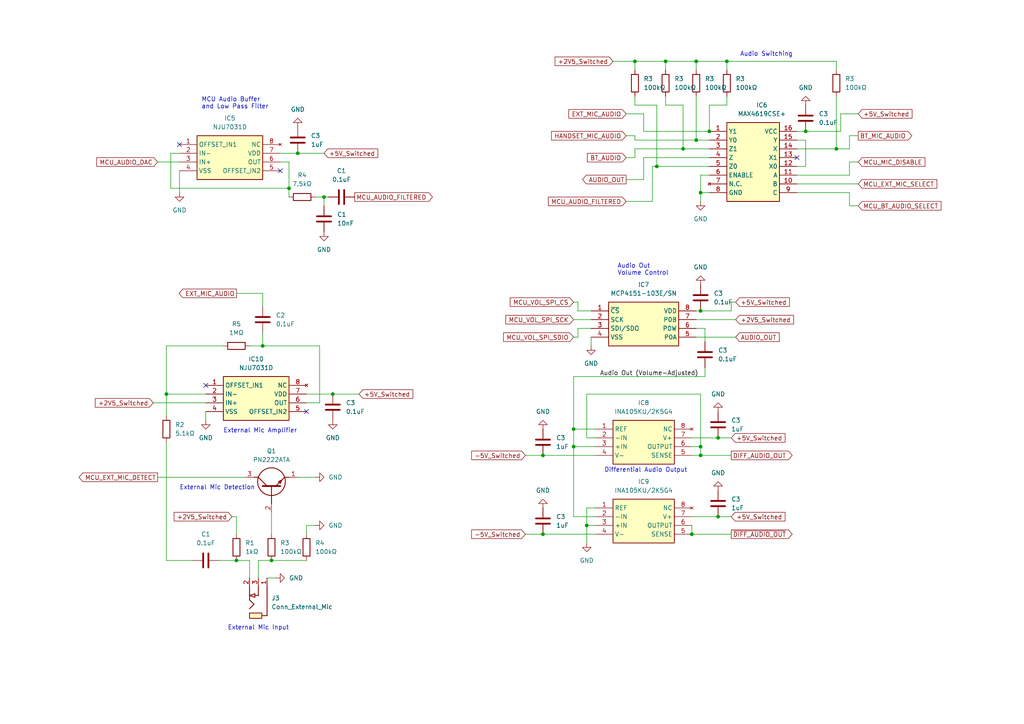
<source format=kicad_sch>
(kicad_sch (version 20230121) (generator eeschema)
  (paper "A4")
  (lib_symbols
    (symbol "Device:C" (pin_numbers hide) (pin_names (offset 0.254))
      (property "Reference" "C" (at 0.635 2.54 0))
      (property "Value" "C" (at 0.635 -2.54 0))
      (symbol "C_0_1"
        (polyline (pts (xy -2.032 -0.762) (xy 2.032 -0.762)) (stroke (width 0.508)))
        (polyline (pts (xy -2.032 0.762) (xy 2.032 0.762)) (stroke (width 0.508)))
      )
      (symbol "C_1_1"
        (pin passive line (at 0 3.81 270) (length 2.794) (name "~") (number "1"))
        (pin passive line (at 0 -3.81 90) (length 2.794) (name "~") (number "2"))
      )
    )
    (symbol "Device:R" (pin_numbers hide) (pin_names (offset 0))
      (property "Reference" "R" (at 2.032 0 90))
      (property "Value" "R" (at 0 0 90))
      (symbol "R_0_1"
        (rectangle (start -1.016 -2.54) (end 1.016 2.54) (stroke (width 0.254)))
      )
      (symbol "R_1_1"
        (pin passive line (at 0 3.81 270) (length 1.27) (name "~") (number "1"))
        (pin passive line (at 0 -3.81 90) (length 1.27) (name "~") (number "2"))
      )
    )
    (symbol "SamacSys_Parts:INA105KU_2K5G4"
      (property "Reference" "IC" (at 24.13 7.62 0))
      (property "Value" "INA105KU_2K5G4" (at 24.13 5.08 0))
      (symbol "INA105KU_2K5G4_1_1"
        (rectangle (start 5.08 2.54) (end 22.86 -10.16) (stroke (width 0.254)) (fill (type background)))
        (pin passive line (at 0 0 0) (length 5.08) (name "REF") (number "1"))
        (pin passive line (at 0 -2.54 0) (length 5.08) (name "-IN") (number "2"))
        (pin passive line (at 0 -5.08 0) (length 5.08) (name "+IN") (number "3"))
        (pin power_in line (at 0 -7.62 0) (length 5.08) (name "V-") (number "4"))
        (pin passive line (at 27.94 -7.62 180) (length 5.08) (name "SENSE") (number "5"))
        (pin passive line (at 27.94 -5.08 180) (length 5.08) (name "OUTPUT") (number "6"))
        (pin power_in line (at 27.94 -2.54 180) (length 5.08) (name "V+") (number "7"))
        (pin no_connect line (at 27.94 0 180) (length 5.08) (name "NC") (number "8"))
      )
    )
    (symbol "SamacSys_Parts:MAX4619CSE+"
      (property "Reference" "IC" (at 21.59 7.62 0))
      (property "Value" "MAX4619CSE+" (at 21.59 5.08 0))
      (symbol "MAX4619CSE+_1_1"
        (rectangle (start 5.08 2.54) (end 20.32 -20.32) (stroke (width 0.254)) (fill (type background)))
        (pin passive line (at 0 0 0) (length 5.08) (name "Y1") (number "1"))
        (pin passive line (at 25.4 -15.24 180) (length 5.08) (name "B") (number "10"))
        (pin passive line (at 25.4 -12.7 180) (length 5.08) (name "A") (number "11"))
        (pin passive line (at 25.4 -10.16 180) (length 5.08) (name "X0") (number "12"))
        (pin passive line (at 25.4 -7.62 180) (length 5.08) (name "X1") (number "13"))
        (pin passive line (at 25.4 -5.08 180) (length 5.08) (name "X") (number "14"))
        (pin passive line (at 25.4 -2.54 180) (length 5.08) (name "Y") (number "15"))
        (pin power_in line (at 25.4 0 180) (length 5.08) (name "VCC") (number "16"))
        (pin passive line (at 0 -2.54 0) (length 5.08) (name "Y0") (number "2"))
        (pin passive line (at 0 -5.08 0) (length 5.08) (name "Z1") (number "3"))
        (pin passive line (at 0 -7.62 0) (length 5.08) (name "Z") (number "4"))
        (pin passive line (at 0 -10.16 0) (length 5.08) (name "Z0") (number "5"))
        (pin passive line (at 0 -12.7 0) (length 5.08) (name "ENABLE") (number "6"))
        (pin no_connect line (at 0 -15.24 0) (length 5.08) (name "N.C.") (number "7"))
        (pin power_in line (at 0 -17.78 0) (length 5.08) (name "GND") (number "8"))
        (pin passive line (at 25.4 -17.78 180) (length 5.08) (name "C") (number "9"))
      )
    )
    (symbol "SamacSys_Parts:MCP4151-103E_SN"
      (property "Reference" "IC" (at 26.67 7.62 0))
      (property "Value" "MCP4151-103E_SN" (at 26.67 5.08 0))
      (symbol "MCP4151-103E_SN_1_1"
        (rectangle (start 5.08 2.54) (end 25.4 -10.16) (stroke (width 0.254)) (fill (type background)))
        (pin passive line (at 0 0 0) (length 5.08) (name "~{CS}") (number "1"))
        (pin passive line (at 0 -2.54 0) (length 5.08) (name "SCK") (number "2"))
        (pin passive line (at 0 -5.08 0) (length 5.08) (name "SDI/SDO") (number "3"))
        (pin power_in line (at 0 -7.62 0) (length 5.08) (name "VSS") (number "4"))
        (pin passive line (at 30.48 -7.62 180) (length 5.08) (name "P0A") (number "5"))
        (pin passive line (at 30.48 -5.08 180) (length 5.08) (name "P0W") (number "6"))
        (pin passive line (at 30.48 -2.54 180) (length 5.08) (name "P0B") (number "7"))
        (pin power_in line (at 30.48 0 180) (length 5.08) (name "VDD") (number "8"))
      )
    )
    (symbol "SamacSys_Parts:MJ-3502N" (pin_names hide)
      (property "Reference" "J" (at 12.7 0 0))
      (property "Value" "MJ-3502N" (at 12.7 -2.54 0))
      (symbol "MJ-3502N_1_1"
        (polyline (pts (xy 2.54 -5.08) (xy 6.35 -5.08)) (stroke (width 0.254)))
        (polyline (pts (xy 2.54 -2.54) (xy 5.08 -2.54)) (stroke (width 0.254)))
        (polyline (pts (xy 2.54 0) (xy 10.922 0)) (stroke (width 0.254)))
        (polyline (pts (xy 5.08 -5.08) (xy 4.572 -3.556)) (stroke (width 0.254)))
        (polyline (pts (xy 5.08 -3.556) (xy 5.08 -3.556)) (stroke (width 0.254)))
        (polyline (pts (xy 5.08 -3.556) (xy 5.08 -2.54)) (stroke (width 0.254)))
        (polyline (pts (xy 5.588 -3.556) (xy 4.572 -3.556)) (stroke (width 0.254)))
        (polyline (pts (xy 5.588 -3.556) (xy 5.08 -5.08)) (stroke (width 0.254)))
        (polyline (pts (xy 7.62 -3.81) (xy 6.35 -5.08)) (stroke (width 0.254)))
        (polyline (pts (xy 7.62 -3.81) (xy 8.89 -5.08)) (stroke (width 0.254)))
        (polyline (pts (xy 10.922 -1.524) (xy 10.922 0)) (stroke (width 0.254)))
        (rectangle (start 10.16 -1.524) (end 11.684 -5.08) (stroke (width 0.254)) (fill (type background)))
        (pin passive line (at 0 0 0) (length 2.54) (name "1") (number "1"))
        (pin passive line (at 0 -5.08 0) (length 2.54) (name "2") (number "2"))
        (pin passive line (at 0 -2.54 0) (length 2.54) (name "3") (number "3"))
      )
    )
    (symbol "SamacSys_Parts:NJU7031D"
      (property "Reference" "IC" (at 25.4 7.62 0))
      (property "Value" "NJU7031D" (at 25.4 5.08 0))
      (symbol "NJU7031D_1_1"
        (rectangle (start 5.08 2.54) (end 24.13 -10.16) (stroke (width 0.254)) (fill (type background)))
        (pin passive line (at 0 0 0) (length 5.08) (name "OFFSET_IN1") (number "1"))
        (pin passive line (at 0 -2.54 0) (length 5.08) (name "IN-") (number "2"))
        (pin passive line (at 0 -5.08 0) (length 5.08) (name "IN+") (number "3"))
        (pin power_in line (at 0 -7.62 0) (length 5.08) (name "VSS") (number "4"))
        (pin passive line (at 29.21 -7.62 180) (length 5.08) (name "OFFSET_IN2") (number "5"))
        (pin passive line (at 29.21 -5.08 180) (length 5.08) (name "OUT") (number "6"))
        (pin power_in line (at 29.21 -2.54 180) (length 5.08) (name "VDD") (number "7"))
        (pin no_connect line (at 29.21 0 180) (length 5.08) (name "NC") (number "8"))
      )
    )
    (symbol "SamacSys_Parts:PN2222ATA" (pin_names hide)
      (property "Reference" "Q" (at 13.97 1.27 0))
      (property "Value" "PN2222ATA" (at 13.97 -1.27 0))
      (symbol "PN2222ATA_1_1"
        (polyline (pts (xy 2.54 0) (xy 7.62 0)) (stroke (width 0.254)))
        (polyline (pts (xy 7.62 -1.27) (xy 10.16 -3.81)) (stroke (width 0.254)))
        (polyline (pts (xy 7.62 1.27) (xy 10.16 3.81)) (stroke (width 0.254)))
        (polyline (pts (xy 7.62 2.54) (xy 7.62 -2.54)) (stroke (width 0.508)))
        (polyline (pts (xy 10.16 -3.81) (xy 10.16 -5.08)) (stroke (width 0.254)))
        (polyline (pts (xy 10.16 3.81) (xy 10.16 5.08)) (stroke (width 0.254)))
        (polyline (pts (xy 8.382 -2.54) (xy 8.89 -2.032) (xy 9.398 -3.048) (xy 8.382 -2.54)) (stroke (width 0.254)) (fill (type outline)))
        (circle (center 8.89 0) (radius 4.016) (stroke (width 0.254)))
        (pin passive line (at 10.16 -7.62 90) (length 2.54) (name "E") (number "1"))
        (pin passive line (at 0 0 0) (length 2.54) (name "B") (number "2"))
        (pin passive line (at 10.16 7.62 270) (length 2.54) (name "C") (number "3"))
      )
    )
    (symbol "power:GND" (power) (pin_names (offset 0))
      (property "Value" "GND" (at 0 -3.81 0))
      (symbol "GND_0_1"
        (polyline (pts (xy 0 0) (xy 0 -1.27) (xy 1.27 -1.27) (xy 0 -2.54) (xy -1.27 -1.27) (xy 0 -1.27)))
      )
      (symbol "GND_1_1"
        (pin power_in line (at 0 0 270) (length 0) hide (name "GND") (number "1"))
      )
    )
  )
  (junction (at 157.48 154.94))
  (junction (at 201.93 40.64))
  (junction (at 48.26 114.3))
  (junction (at 170.18 152.4))
  (junction (at 242.57 43.18))
  (junction (at 190.5 48.26))
  (junction (at 233.68 38.1))
  (junction (at 86.36 44.45))
  (junction (at 93.98 57.15))
  (junction (at 166.37 124.46))
  (junction (at 76.2 100.33))
  (junction (at 201.93 17.78))
  (junction (at 208.28 149.86))
  (junction (at 203.2 90.17))
  (junction (at 203.2 129.54))
  (junction (at 193.04 17.78))
  (junction (at 208.28 127))
  (junction (at 203.2 55.88))
  (junction (at 184.15 17.78))
  (junction (at 157.48 132.08))
  (junction (at 203.2 132.08))
  (junction (at 200.66 154.94))
  (junction (at 205.74 38.1))
  (junction (at 83.82 54.61))
  (junction (at 68.58 162.56))
  (junction (at 166.37 129.54))
  (junction (at 78.74 162.56))
  (junction (at 198.12 43.18))
  (junction (at 210.82 17.78))
  (junction (at 96.52 114.3))
  (no_connect (at 88.9 119.38))
  (no_connect (at 231.14 45.72))
  (no_connect (at 81.28 49.53))
  (no_connect (at 59.69 111.76))
  (no_connect (at 52.07 41.91))
  (wire (pts (xy 246.38 39.37) (xy 246.38 43.18)))
  (wire (pts (xy 200.66 154.94) (xy 212.09 154.94)))
  (wire (pts (xy 170.18 127) (xy 170.18 114.3)))
  (wire (pts (xy 203.2 129.54) (xy 203.2 132.08)))
  (wire (pts (xy 78.74 148.59) (xy 78.74 154.94)))
  (wire (pts (xy 76.2 100.33) (xy 76.2 96.52)))
  (wire (pts (xy 248.92 59.69) (xy 246.38 59.69)))
  (wire (pts (xy 48.26 114.3) (xy 48.26 120.65)))
  (wire (pts (xy 67.31 149.86) (xy 68.58 149.86)))
  (wire (pts (xy 201.93 97.79) (xy 213.36 97.79)))
  (wire (pts (xy 48.26 114.3) (xy 59.69 114.3)))
  (wire (pts (xy 184.15 17.78) (xy 184.15 20.32)))
  (wire (pts (xy 186.69 38.1) (xy 205.74 38.1)))
  (wire (pts (xy 200.66 127) (xy 208.28 127)))
  (wire (pts (xy 88.9 116.84) (xy 92.71 116.84)))
  (wire (pts (xy 246.38 55.88) (xy 231.14 55.88)))
  (wire (pts (xy 210.82 27.94) (xy 210.82 30.48)))
  (wire (pts (xy 181.61 58.42) (xy 189.23 58.42)))
  (wire (pts (xy 200.66 149.86) (xy 208.28 149.86)))
  (wire (pts (xy 157.48 132.08) (xy 172.72 132.08)))
  (wire (pts (xy 181.61 52.07) (xy 186.69 52.07)))
  (wire (pts (xy 248.92 46.99) (xy 246.38 46.99)))
  (wire (pts (xy 181.61 33.02) (xy 186.69 33.02)))
  (wire (pts (xy 210.82 20.32) (xy 210.82 17.78)))
  (wire (pts (xy 205.74 50.8) (xy 203.2 50.8)))
  (wire (pts (xy 184.15 39.37) (xy 184.15 40.64)))
  (wire (pts (xy 172.72 149.86) (xy 166.37 149.86)))
  (wire (pts (xy 204.47 99.06) (xy 204.47 95.25)))
  (wire (pts (xy 203.2 55.88) (xy 203.2 58.42)))
  (wire (pts (xy 167.64 97.79) (xy 167.64 95.25)))
  (wire (pts (xy 172.72 127) (xy 170.18 127)))
  (wire (pts (xy 166.37 92.71) (xy 171.45 92.71)))
  (wire (pts (xy 248.92 39.37) (xy 246.38 39.37)))
  (wire (pts (xy 201.93 92.71) (xy 213.36 92.71)))
  (wire (pts (xy 203.2 50.8) (xy 203.2 55.88)))
  (wire (pts (xy 72.39 100.33) (xy 76.2 100.33)))
  (wire (pts (xy 184.15 40.64) (xy 201.93 40.64)))
  (wire (pts (xy 181.61 45.72) (xy 184.15 45.72)))
  (wire (pts (xy 204.47 106.68) (xy 204.47 109.22)))
  (wire (pts (xy 48.26 162.56) (xy 55.88 162.56)))
  (wire (pts (xy 201.93 20.32) (xy 201.93 17.78)))
  (wire (pts (xy 166.37 129.54) (xy 166.37 124.46)))
  (wire (pts (xy 81.28 44.45) (xy 86.36 44.45)))
  (wire (pts (xy 88.9 152.4) (xy 88.9 154.94)))
  (wire (pts (xy 203.2 90.17) (xy 201.93 90.17)))
  (wire (pts (xy 212.09 87.63) (xy 213.36 87.63)))
  (wire (pts (xy 49.53 54.61) (xy 83.82 54.61)))
  (wire (pts (xy 166.37 97.79) (xy 167.64 97.79)))
  (wire (pts (xy 48.26 100.33) (xy 48.26 114.3)))
  (wire (pts (xy 198.12 43.18) (xy 205.74 43.18)))
  (wire (pts (xy 243.84 33.02) (xy 243.84 38.1)))
  (wire (pts (xy 152.4 154.94) (xy 157.48 154.94)))
  (wire (pts (xy 212.09 87.63) (xy 212.09 90.17)))
  (wire (pts (xy 152.4 132.08) (xy 157.48 132.08)))
  (wire (pts (xy 78.74 162.56) (xy 88.9 162.56)))
  (wire (pts (xy 208.28 127) (xy 212.09 127)))
  (wire (pts (xy 205.74 30.48) (xy 205.74 38.1)))
  (wire (pts (xy 200.66 152.4) (xy 200.66 154.94)))
  (wire (pts (xy 88.9 114.3) (xy 96.52 114.3)))
  (wire (pts (xy 93.98 57.15) (xy 95.25 57.15)))
  (wire (pts (xy 246.38 43.18) (xy 242.57 43.18)))
  (wire (pts (xy 233.68 48.26) (xy 233.68 40.64)))
  (wire (pts (xy 172.72 147.32) (xy 170.18 147.32)))
  (wire (pts (xy 52.07 49.53) (xy 52.07 55.88)))
  (wire (pts (xy 52.07 44.45) (xy 49.53 44.45)))
  (wire (pts (xy 83.82 54.61) (xy 83.82 46.99)))
  (wire (pts (xy 203.2 114.3) (xy 203.2 129.54)))
  (wire (pts (xy 200.66 132.08) (xy 203.2 132.08)))
  (wire (pts (xy 167.64 95.25) (xy 171.45 95.25)))
  (wire (pts (xy 193.04 27.94) (xy 193.04 30.48)))
  (wire (pts (xy 86.36 44.45) (xy 93.98 44.45)))
  (wire (pts (xy 91.44 57.15) (xy 93.98 57.15)))
  (wire (pts (xy 96.52 114.3) (xy 104.14 114.3)))
  (wire (pts (xy 231.14 50.8) (xy 246.38 50.8)))
  (wire (pts (xy 193.04 20.32) (xy 193.04 17.78)))
  (wire (pts (xy 166.37 109.22) (xy 166.37 124.46)))
  (wire (pts (xy 242.57 17.78) (xy 242.57 20.32)))
  (wire (pts (xy 166.37 149.86) (xy 166.37 129.54)))
  (wire (pts (xy 166.37 109.22) (xy 204.47 109.22)))
  (wire (pts (xy 170.18 147.32) (xy 170.18 152.4)))
  (wire (pts (xy 190.5 48.26) (xy 205.74 48.26)))
  (wire (pts (xy 92.71 116.84) (xy 92.71 100.33)))
  (wire (pts (xy 76.2 85.09) (xy 76.2 88.9)))
  (wire (pts (xy 184.15 27.94) (xy 184.15 30.48)))
  (wire (pts (xy 205.74 55.88) (xy 203.2 55.88)))
  (wire (pts (xy 74.93 167.64) (xy 74.93 162.56)))
  (wire (pts (xy 74.93 162.56) (xy 78.74 162.56)))
  (wire (pts (xy 233.68 38.1) (xy 231.14 38.1)))
  (wire (pts (xy 68.58 149.86) (xy 68.58 154.94)))
  (wire (pts (xy 193.04 30.48) (xy 198.12 30.48)))
  (wire (pts (xy 186.69 52.07) (xy 186.69 45.72)))
  (wire (pts (xy 210.82 17.78) (xy 242.57 17.78)))
  (wire (pts (xy 210.82 17.78) (xy 201.93 17.78)))
  (wire (pts (xy 167.64 90.17) (xy 171.45 90.17)))
  (wire (pts (xy 246.38 46.99) (xy 246.38 50.8)))
  (wire (pts (xy 83.82 54.61) (xy 83.82 57.15)))
  (wire (pts (xy 83.82 46.99) (xy 81.28 46.99)))
  (wire (pts (xy 157.48 154.94) (xy 172.72 154.94)))
  (wire (pts (xy 212.09 90.17) (xy 203.2 90.17)))
  (wire (pts (xy 210.82 30.48) (xy 205.74 30.48)))
  (wire (pts (xy 45.72 46.99) (xy 52.07 46.99)))
  (wire (pts (xy 44.45 116.84) (xy 59.69 116.84)))
  (wire (pts (xy 72.39 162.56) (xy 72.39 167.64)))
  (wire (pts (xy 243.84 38.1) (xy 233.68 38.1)))
  (wire (pts (xy 184.15 30.48) (xy 190.5 30.48)))
  (wire (pts (xy 91.44 138.43) (xy 86.36 138.43)))
  (wire (pts (xy 201.93 27.94) (xy 201.93 40.64)))
  (wire (pts (xy 233.68 40.64) (xy 231.14 40.64)))
  (wire (pts (xy 201.93 17.78) (xy 193.04 17.78)))
  (wire (pts (xy 166.37 87.63) (xy 167.64 87.63)))
  (wire (pts (xy 172.72 129.54) (xy 166.37 129.54)))
  (wire (pts (xy 248.92 33.02) (xy 243.84 33.02)))
  (wire (pts (xy 170.18 114.3) (xy 203.2 114.3)))
  (wire (pts (xy 171.45 97.79) (xy 171.45 100.33)))
  (wire (pts (xy 170.18 152.4) (xy 170.18 157.48)))
  (wire (pts (xy 49.53 44.45) (xy 49.53 54.61)))
  (wire (pts (xy 181.61 39.37) (xy 184.15 39.37)))
  (wire (pts (xy 45.72 138.43) (xy 71.12 138.43)))
  (wire (pts (xy 242.57 43.18) (xy 242.57 27.94)))
  (wire (pts (xy 177.8 17.78) (xy 184.15 17.78)))
  (wire (pts (xy 48.26 128.27) (xy 48.26 162.56)))
  (wire (pts (xy 91.44 152.4) (xy 88.9 152.4)))
  (wire (pts (xy 186.69 45.72) (xy 205.74 45.72)))
  (wire (pts (xy 184.15 45.72) (xy 184.15 43.18)))
  (wire (pts (xy 200.66 129.54) (xy 203.2 129.54)))
  (wire (pts (xy 246.38 59.69) (xy 246.38 55.88)))
  (wire (pts (xy 170.18 152.4) (xy 172.72 152.4)))
  (wire (pts (xy 166.37 124.46) (xy 172.72 124.46)))
  (wire (pts (xy 189.23 48.26) (xy 190.5 48.26)))
  (wire (pts (xy 63.5 162.56) (xy 68.58 162.56)))
  (wire (pts (xy 189.23 58.42) (xy 189.23 48.26)))
  (wire (pts (xy 186.69 33.02) (xy 186.69 38.1)))
  (wire (pts (xy 198.12 30.48) (xy 198.12 43.18)))
  (wire (pts (xy 203.2 132.08) (xy 212.09 132.08)))
  (wire (pts (xy 208.28 149.86) (xy 212.09 149.86)))
  (wire (pts (xy 76.2 85.09) (xy 68.58 85.09)))
  (wire (pts (xy 193.04 17.78) (xy 184.15 17.78)))
  (wire (pts (xy 64.77 100.33) (xy 48.26 100.33)))
  (wire (pts (xy 231.14 43.18) (xy 242.57 43.18)))
  (wire (pts (xy 190.5 30.48) (xy 190.5 48.26)))
  (wire (pts (xy 93.98 57.15) (xy 93.98 59.69)))
  (wire (pts (xy 59.69 121.92) (xy 59.69 119.38)))
  (wire (pts (xy 231.14 48.26) (xy 233.68 48.26)))
  (wire (pts (xy 231.14 53.34) (xy 248.92 53.34)))
  (wire (pts (xy 68.58 162.56) (xy 72.39 162.56)))
  (wire (pts (xy 204.47 95.25) (xy 201.93 95.25)))
  (wire (pts (xy 201.93 40.64) (xy 205.74 40.64)))
  (wire (pts (xy 76.2 100.33) (xy 92.71 100.33)))
  (wire (pts (xy 184.15 43.18) (xy 198.12 43.18)))
  (wire (pts (xy 167.64 87.63) (xy 167.64 90.17)))
  (wire (pts (xy 77.47 167.64) (xy 80.01 167.64)))
  (text "External Mic Input" (at 66.04 182.88 0) (effects (font (size 1.27 1.27)) (justify left bottom)))
  (text "Differential Audio Output" (at 175.26 137.16 0) (effects (font (size 1.27 1.27)) (justify left bottom)))
  (text "External Mic Detection" (at 52.07 142.24 0) (effects (font (size 1.27 1.27)) (justify left bottom)))
  (text "Audio Out\nVolume Control" (at 179.07 80.01 0) (effects (font (size 1.27 1.27)) (justify left bottom)))
  (text "MCU Audio Buffer\nand Low Pass Filter" (at 58.42 31.75 0) (effects (font (size 1.27 1.27)) (justify left bottom)))
  (text "External Mic Amplifier" (at 64.77 125.73 0) (effects (font (size 1.27 1.27)) (justify left bottom)))
  (text "Audio Switching" (at 214.63 16.51 0) (effects (font (size 1.27 1.27)) (justify left bottom)))
  (label "Audio Out (Volume-Adjusted)" (at 173.99 109.22 0))
  (global_label "EXT_MIC_AUDIO" (shape input) (at 181.61 33.02 180) (property "Intersheetrefs" "${INTERSHEET_REFS}" (at 164.4129 33.02 0) (effects (justify right))))
  (global_label "MCU_AUDIO_DAC" (shape input) (at 45.72 46.99 180) (property "Intersheetrefs" "${INTERSHEET_REFS}" (at 27.4947 46.99 0) (effects (justify right))))
  (global_label "MCU_VOL_SPI_SDIO" (shape input) (at 166.37 97.79 180) (property "Intersheetrefs" "${INTERSHEET_REFS}" (at 145.4838 97.79 0) (effects (justify right))))
  (global_label "MCU_VOL_SPI_SCK" (shape input) (at 166.37 92.71 180) (property "Intersheetrefs" "${INTERSHEET_REFS}" (at 146.1491 92.71 0) (effects (justify right))))
  (global_label "+5V_Switched" (shape input) (at 212.09 127 0) (property "Intersheetrefs" "${INTERSHEET_REFS}" (at 228.259 127 0) (effects (justify left))))
  (global_label "MCU_BT_AUDIO_SELECT" (shape input) (at 248.92 59.69 0) (property "Intersheetrefs" "${INTERSHEET_REFS}" (at 273.4951 59.69 0) (effects (justify left))))
  (global_label "MCU_EXT_MIC_DETECT" (shape output) (at 45.72 138.43 180) (property "Intersheetrefs" "${INTERSHEET_REFS}" (at 22.3546 138.43 0) (effects (justify right))))
  (global_label "-5V_Switched" (shape input) (at 152.4 154.94 180) (property "Intersheetrefs" "${INTERSHEET_REFS}" (at 136.231 154.94 0) (effects (justify right))))
  (global_label "+2V5_Switched" (shape input) (at 177.8 17.78 180) (property "Intersheetrefs" "${INTERSHEET_REFS}" (at 160.4215 17.78 0) (effects (justify right))))
  (global_label "MCU_AUDIO_FILTERED" (shape output) (at 102.87 57.15 0) (property "Intersheetrefs" "${INTERSHEET_REFS}" (at 125.9938 57.15 0) (effects (justify left))))
  (global_label "HANDSET_MIC_AUDIO" (shape input) (at 181.61 39.37 180) (property "Intersheetrefs" "${INTERSHEET_REFS}" (at 159.3933 39.37 0) (effects (justify right))))
  (global_label "+5V_Switched" (shape input) (at 248.92 33.02 0) (property "Intersheetrefs" "${INTERSHEET_REFS}" (at 265.089 33.02 0) (effects (justify left))))
  (global_label "MCU_VOL_SPI_CS" (shape input) (at 166.37 87.63 180) (property "Intersheetrefs" "${INTERSHEET_REFS}" (at 147.4191 87.63 0) (effects (justify right))))
  (global_label "BT_MIC_AUDIO" (shape output) (at 248.92 39.37 0) (property "Intersheetrefs" "${INTERSHEET_REFS}" (at 265.0286 39.37 0) (effects (justify left))))
  (global_label "MCU_AUDIO_FILTERED" (shape input) (at 181.61 58.42 180) (property "Intersheetrefs" "${INTERSHEET_REFS}" (at 158.4862 58.42 0) (effects (justify right))))
  (global_label "+5V_Switched" (shape input) (at 104.14 114.3 0) (property "Intersheetrefs" "${INTERSHEET_REFS}" (at 120.309 114.3 0) (effects (justify left))))
  (global_label "~{DIFF_AUDIO_OUT}" (shape output) (at 212.09 154.94 0) (property "Intersheetrefs" "${INTERSHEET_REFS}" (at 230.3154 154.94 0) (effects (justify left))))
  (global_label "-5V_Switched" (shape input) (at 152.4 132.08 180) (property "Intersheetrefs" "${INTERSHEET_REFS}" (at 136.231 132.08 0) (effects (justify right))))
  (global_label "+2V5_Switched" (shape input) (at 44.45 116.84 180) (property "Intersheetrefs" "${INTERSHEET_REFS}" (at 27.0715 116.84 0) (effects (justify right))))
  (global_label "+2V5_Switched" (shape input) (at 67.31 149.86 180) (property "Intersheetrefs" "${INTERSHEET_REFS}" (at 49.9315 149.86 0) (effects (justify right))))
  (global_label "MCU_MIC_DISABLE" (shape input) (at 248.92 46.99 0) (property "Intersheetrefs" "${INTERSHEET_REFS}" (at 268.8385 46.99 0) (effects (justify left))))
  (global_label "EXT_MIC_AUDIO" (shape output) (at 68.58 85.09 180) (property "Intersheetrefs" "${INTERSHEET_REFS}" (at 51.3829 85.09 0) (effects (justify right))))
  (global_label "BT_AUDIO" (shape input) (at 181.61 45.72 180) (property "Intersheetrefs" "${INTERSHEET_REFS}" (at 169.7952 45.72 0) (effects (justify right))))
  (global_label "DIFF_AUDIO_OUT" (shape output) (at 212.09 132.08 0) (property "Intersheetrefs" "${INTERSHEET_REFS}" (at 230.3154 132.08 0) (effects (justify left))))
  (global_label "AUDIO_OUT" (shape input) (at 213.36 97.79 0) (property "Intersheetrefs" "${INTERSHEET_REFS}" (at 226.5658 97.79 0) (effects (justify left))))
  (global_label "+2V5_Switched" (shape input) (at 213.36 92.71 0) (property "Intersheetrefs" "${INTERSHEET_REFS}" (at 230.7385 92.71 0) (effects (justify left))))
  (global_label "AUDIO_OUT" (shape output) (at 181.61 52.07 180) (property "Intersheetrefs" "${INTERSHEET_REFS}" (at 168.4042 52.07 0) (effects (justify right))))
  (global_label "+5V_Switched" (shape input) (at 213.36 87.63 0) (property "Intersheetrefs" "${INTERSHEET_REFS}" (at 229.529 87.63 0) (effects (justify left))))
  (global_label "+5V_Switched" (shape input) (at 93.98 44.45 0) (property "Intersheetrefs" "${INTERSHEET_REFS}" (at 110.149 44.45 0) (effects (justify left))))
  (global_label "+5V_Switched" (shape input) (at 212.09 149.86 0) (property "Intersheetrefs" "${INTERSHEET_REFS}" (at 228.259 149.86 0) (effects (justify left))))
  (global_label "MCU_EXT_MIC_SELECT" (shape input) (at 248.92 53.34 0) (property "Intersheetrefs" "${INTERSHEET_REFS}" (at 272.2854 53.34 0) (effects (justify left))))
  (symbol (lib_id "SamacSys_Parts:INA105KU_2K5G4") (at 172.72 124.46 0) (unit 1)
    (property "Reference" "IC8" (at 186.69 116.84 0))
    (property "Value" "INA105KU/2K5G4" (at 186.69 119.38 0))
    (property "Footprint" "SOIC127P600X175-8N" (effects hide))
    (property "Datasheet" "http://www.ti.com/general/docs/suppproductinfo.tsp?distId=10&gotoUrl=http%3A%2F%2Fwww.ti.com%2Flit%2Fgpn%2Fina105" (effects hide))
    (property "Height" "1.75" (effects hide))
    (property "Mouser Part Number" "595-INA105KU/2K5" (effects hide))
    (property "Mouser Price/Stock" "https://www.mouser.com/ProductDetail/Texas-Instruments/INA105KU-2K5?qs=VBduBm9rCJT7qKfLrhzh4Q%3D%3D" (effects hide))
    (property "Manufacturer_Name" "Texas Instruments" (effects hide))
    (property "Manufacturer_Part_Number" "INA105KU/2K5G4" (effects hide))
    (property "JLCPCB Part #" "C2060348" (effects hide))
  )
  (symbol (lib_id "Device:C") (at 204.47 102.87 180) (unit 1)
    (property "Reference" "C3" (at 208.28 101.6 0) (effects (justify right)))
    (property "Value" "0.1uF" (at 208.28 104.14 0) (effects (justify right)))
    (property "Footprint" "Capacitor_SMD:C_1206_3216Metric_Pad1.33x1.80mm_HandSolder" (effects hide))
    (property "Manufacturer_Name" "KEMET" (effects hide))
    (property "Manufacturer_Part_Number" "C1206C104J4HACTU" (effects hide))
    (property "Mouser Part Number" "80-C1206C104J4HACTU" (effects hide))
    (property "Mouser Price/Stock" "https://www.mouser.com/ProductDetail/KEMET/C1206C104J4HACTU?qs=W0yvOO0ixfH3SzteelzlzQ%3D%3D" (effects hide))
    (property "JLCPCB Part #" "C24497" (effects hide))
    (instances (project "M92 Bluetooth Adapter Motherboard" (path "" (reference "C3") (unit 1)) (path "" (reference "C12") (unit 1))))
  )
  (symbol (lib_id "Device:R") (at 193.04 24.13 180) (unit 1)
    (property "Reference" "R3" (at 195.58 22.86 0) (effects (justify right)))
    (property "Value" "100kΩ" (at 195.58 25.4 0) (effects (justify right)))
    (property "Footprint" "Resistor_SMD:R_1206_3216Metric_Pad1.30x1.75mm_HandSolder" (effects hide))
    (property "Datasheet" "https://www.mouser.com/datasheet/2/54/cr-1858361.pdf" (effects hide))
    (property "Height" "0.6" (effects hide))
    (property "Manufacturer_Name" "Bourns" (effects hide))
    (property "Manufacturer_Part_Number" "CR1206-FX-1003ELF" (effects hide))
    (property "Mouser Part Number" "652-CR1206FX-1003ELF" (effects hide))
    (property "Mouser Price/Stock" "https://www.mouser.com/ProductDetail/Bourns/CR1206-FX-1003ELF?qs=sGAEpiMZZMvdGkrng054t%2Fh5BnJxeWSzEzvHzHwEBoM%3D" (effects hide))
    (property "JLCPCB Part #" "C17900" (effects hide))
    (instances (project "M92 Bluetooth Adapter Motherboard" (path "" (reference "R3") (unit 1)) (path "" (reference "R12") (unit 1))))
  )
  (symbol (lib_id "power:GND") (at 86.36 36.83 180) (unit 1)
    (property "Reference" "#PWR010" (effects hide))
    (property "Value" "GND" (at 86.36 31.75 0))
    (instances (project "M92 Bluetooth Adapter Motherboard" (path "" (reference "#PWR010") (unit 1)) (path "" (reference "#PWR049") (unit 1))))
  )
  (symbol (lib_id "power:GND") (at 208.28 119.38 180) (unit 1)
    (property "Reference" "#PWR010" (effects hide))
    (property "Value" "GND" (at 208.28 114.3 0))
    (instances (project "M92 Bluetooth Adapter Motherboard" (path "" (reference "#PWR010") (unit 1)) (path "" (reference "#PWR021") (unit 1))))
  )
  (symbol (lib_id "power:GND") (at 93.98 67.31 0) (unit 1)
    (property "Reference" "#PWR010" (effects hide))
    (property "Value" "GND" (at 93.98 72.39 0))
    (instances (project "M92 Bluetooth Adapter Motherboard" (path "" (reference "#PWR010") (unit 1)) (path "" (reference "#PWR051") (unit 1))))
  )
  (symbol (lib_id "SamacSys_Parts:NJU7031D") (at 52.07 41.91 0) (unit 1)
    (property "Reference" "IC5" (at 66.675 34.29 0))
    (property "Value" "NJU7031D" (at 66.675 36.83 0))
    (property "Footprint" "DIP762W56P254L880H425Q8N" (effects hide))
    (property "Datasheet" "https://www.mouser.com/datasheet/2/294/njrc_s_a0000239086_1-2279623.pdf" (effects hide))
    (property "Height" "4.25" (effects hide))
    (property "Mouser Part Number" "513-NJU7031D" (effects hide))
    (property "Mouser Price/Stock" "https://www.mouser.com/ProductDetail/Nisshinbo/NJU7031D?qs=h19x94Mol3zae2an8c91lA%3D%3D" (effects hide))
    (property "Manufacturer_Name" "New Japan Radio" (effects hide))
    (property "Manufacturer_Part_Number" "NJU7031D" (effects hide))
  )
  (symbol (lib_id "power:GND") (at 80.01 167.64 90) (unit 1)
    (property "Reference" "#PWR04" (effects hide))
    (property "Value" "GND" (at 83.82 167.64 90) (effects (justify right)))
    (instances (project "M92 Bluetooth Adapter Motherboard" (path "" (reference "#PWR04") (unit 1)) (path "" (reference "#PWR05") (unit 1))))
  )
  (symbol (lib_id "Device:C") (at 86.36 40.64 180) (unit 1)
    (property "Reference" "C3" (at 90.17 39.37 0) (effects (justify right)))
    (property "Value" "1uF" (at 90.17 41.91 0) (effects (justify right)))
    (property "Footprint" "Capacitor_SMD:C_1206_3216Metric_Pad1.33x1.80mm_HandSolder" (effects hide))
    (property "Manufacturer_Name" "KEMET" (effects hide))
    (property "Manufacturer_Part_Number" "C1206C105J4RAC" (effects hide))
    (property "Mouser Part Number" "80-C1206C105J4RAC" (effects hide))
    (property "Mouser Price/Stock" "https://www.mouser.com/ProductDetail/KEMET/C1206C105J4RAC?qs=esDHISMOsl0f41aGH%2FVPNQ%3D%3D" (effects hide))
    (property "JLCPCB Part #" "C1848" (effects hide))
    (instances (project "M92 Bluetooth Adapter Motherboard" (path "" (reference "C3") (unit 1)) (path "" (reference "C20") (unit 1))))
  )
  (symbol (lib_id "power:GND") (at 91.44 138.43 90) (unit 1)
    (property "Reference" "#PWR07" (effects hide))
    (property "Value" "GND" (at 95.25 138.43 90) (effects (justify right)))
  )
  (symbol (lib_id "power:GND") (at 157.48 124.46 180) (unit 1)
    (property "Reference" "#PWR010" (effects hide))
    (property "Value" "GND" (at 157.48 119.38 0))
    (instances (project "M92 Bluetooth Adapter Motherboard" (path "" (reference "#PWR010") (unit 1)) (path "" (reference "#PWR023") (unit 1))))
  )
  (symbol (lib_id "Device:C") (at 59.69 162.56 90) (unit 1)
    (property "Reference" "C1" (at 59.69 154.94 90))
    (property "Value" "0.1uF" (at 59.69 157.48 90))
    (property "Footprint" "Capacitor_SMD:C_1206_3216Metric_Pad1.33x1.80mm_HandSolder" (effects hide))
    (property "Manufacturer_Name" "KEMET" (effects hide))
    (property "Manufacturer_Part_Number" "C1206C104J4HACTU" (effects hide))
    (property "Mouser Part Number" "80-C1206C104J4HACTU" (effects hide))
    (property "Mouser Price/Stock" "https://www.mouser.com/ProductDetail/KEMET/C1206C104J4HACTU?qs=W0yvOO0ixfH3SzteelzlzQ%3D%3D" (effects hide))
    (property "JLCPCB Part #" "C24497" (effects hide))
  )
  (symbol (lib_id "Device:C") (at 76.2 92.71 0) (unit 1)
    (property "Reference" "C2" (at 80.01 91.44 0) (effects (justify left)))
    (property "Value" "0.1uF" (at 80.01 93.98 0) (effects (justify left)))
    (property "Footprint" "Capacitor_SMD:C_1206_3216Metric_Pad1.33x1.80mm_HandSolder" (effects hide))
    (property "Manufacturer_Name" "KEMET" (effects hide))
    (property "Manufacturer_Part_Number" "C1206C104J4HACTU" (effects hide))
    (property "Mouser Part Number" "80-C1206C104J4HACTU" (effects hide))
    (property "Mouser Price/Stock" "https://www.mouser.com/ProductDetail/KEMET/C1206C104J4HACTU?qs=W0yvOO0ixfH3SzteelzlzQ%3D%3D" (effects hide))
    (property "JLCPCB Part #" "C24497" (effects hide))
  )
  (symbol (lib_id "Device:C") (at 203.2 86.36 180) (unit 1)
    (property "Reference" "C3" (at 207.01 85.09 0) (effects (justify right)))
    (property "Value" "0.1uF" (at 207.01 87.63 0) (effects (justify right)))
    (property "Footprint" "Capacitor_SMD:C_1206_3216Metric_Pad1.33x1.80mm_HandSolder" (effects hide))
    (property "Manufacturer_Name" "KEMET" (effects hide))
    (property "Manufacturer_Part_Number" "C1206C104J4HACTU" (effects hide))
    (property "Mouser Part Number" "80-C1206C104J4HACTU" (effects hide))
    (property "Mouser Price/Stock" "https://www.mouser.com/ProductDetail/KEMET/C1206C104J4HACTU?qs=W0yvOO0ixfH3SzteelzlzQ%3D%3D" (effects hide))
    (property "JLCPCB Part #" "C24497" (effects hide))
    (instances (project "M92 Bluetooth Adapter Motherboard" (path "" (reference "C3") (unit 1)) (path "" (reference "C11") (unit 1))))
  )
  (symbol (lib_id "power:GND") (at 208.28 142.24 180) (unit 1)
    (property "Reference" "#PWR010" (effects hide))
    (property "Value" "GND" (at 208.28 137.16 0))
    (instances (project "M92 Bluetooth Adapter Motherboard" (path "" (reference "#PWR010") (unit 1)) (path "" (reference "#PWR026") (unit 1))))
  )
  (symbol (lib_id "Device:R") (at 184.15 24.13 180) (unit 1)
    (property "Reference" "R3" (at 186.69 22.86 0) (effects (justify right)))
    (property "Value" "100kΩ" (at 186.69 25.4 0) (effects (justify right)))
    (property "Footprint" "Resistor_SMD:R_1206_3216Metric_Pad1.30x1.75mm_HandSolder" (effects hide))
    (property "Datasheet" "https://www.mouser.com/datasheet/2/54/cr-1858361.pdf" (effects hide))
    (property "Height" "0.6" (effects hide))
    (property "Manufacturer_Name" "Bourns" (effects hide))
    (property "Manufacturer_Part_Number" "CR1206-FX-1003ELF" (effects hide))
    (property "Mouser Part Number" "652-CR1206FX-1003ELF" (effects hide))
    (property "Mouser Price/Stock" "https://www.mouser.com/ProductDetail/Bourns/CR1206-FX-1003ELF?qs=sGAEpiMZZMvdGkrng054t%2Fh5BnJxeWSzEzvHzHwEBoM%3D" (effects hide))
    (property "JLCPCB Part #" "C17900" (effects hide))
    (instances (project "M92 Bluetooth Adapter Motherboard" (path "" (reference "R3") (unit 1)) (path "" (reference "R11") (unit 1))))
  )
  (symbol (lib_id "SamacSys_Parts:MAX4619CSE+") (at 205.74 38.1 0) (unit 1)
    (property "Reference" "IC6" (at 220.98 30.48 0))
    (property "Value" "MAX4619CSE+" (at 220.98 33.02 0))
    (property "Footprint" "SOIC127P600X175-16N" (effects hide))
    (property "Datasheet" "https://datasheets.maximintegrated.com/en/ds/MAX4617-MAX4619.pdf" (effects hide))
    (property "Height" "1.75" (effects hide))
    (property "Mouser Part Number" "700-MAX4619CSE+" (effects hide))
    (property "Mouser Price/Stock" "https://www.mouser.co.uk/ProductDetail/Analog-Devices-Maxim-Integrated/MAX4619CSE%2b?qs=OjdDRS8jtCYbJC3SYTRKnA%3D%3D" (effects hide))
    (property "Manufacturer_Name" "Analog Devices" (effects hide))
    (property "Manufacturer_Part_Number" "MAX4619CSE+" (effects hide))
    (property "JLCPCB Part #" "C2673707" (effects hide))
  )
  (symbol (lib_id "power:GND") (at 170.18 157.48 0) (unit 1)
    (property "Reference" "#PWR010" (effects hide))
    (property "Value" "GND" (at 170.18 162.56 0))
    (instances (project "M92 Bluetooth Adapter Motherboard" (path "" (reference "#PWR010") (unit 1)) (path "" (reference "#PWR028") (unit 1))))
  )
  (symbol (lib_id "power:GND") (at 52.07 55.88 0) (unit 1)
    (property "Reference" "#PWR010" (effects hide))
    (property "Value" "GND" (at 52.07 60.96 0))
    (instances (project "M92 Bluetooth Adapter Motherboard" (path "" (reference "#PWR010") (unit 1)) (path "" (reference "#PWR050") (unit 1))))
  )
  (symbol (lib_id "Device:C") (at 99.06 57.15 90) (unit 1)
    (property "Reference" "C1" (at 99.06 49.53 90))
    (property "Value" "0.1uF" (at 99.06 52.07 90))
    (property "Footprint" "Capacitor_SMD:C_1206_3216Metric_Pad1.33x1.80mm_HandSolder" (effects hide))
    (property "Manufacturer_Name" "KEMET" (effects hide))
    (property "Manufacturer_Part_Number" "C1206C104J4HACTU" (effects hide))
    (property "Mouser Part Number" "80-C1206C104J4HACTU" (effects hide))
    (property "Mouser Price/Stock" "https://www.mouser.com/ProductDetail/KEMET/C1206C104J4HACTU?qs=W0yvOO0ixfH3SzteelzlzQ%3D%3D" (effects hide))
    (property "JLCPCB Part #" "C24497" (effects hide))
    (instances (project "M92 Bluetooth Adapter Motherboard" (path "" (reference "C1") (unit 1)) (path "" (reference "C21") (unit 1))))
  )
  (symbol (lib_id "Device:R") (at 68.58 158.75 0) (unit 1)
    (property "Reference" "R1" (at 71.12 157.48 0) (effects (justify left)))
    (property "Value" "1kΩ" (at 71.12 160.02 0) (effects (justify left)))
    (property "Footprint" "Resistor_SMD:R_1206_3216Metric_Pad1.30x1.75mm_HandSolder" (effects hide))
    (property "Datasheet" "https://www.mouser.com/datasheet/2/54/cr-1858361.pdf" (effects hide))
    (property "Height" "0.6" (effects hide))
    (property "Manufacturer_Name" "Bourns" (effects hide))
    (property "Manufacturer_Part_Number" "CR1206-FX-1001ELF" (effects hide))
    (property "Mouser Part Number" "652-CR1206FX-1001ELF" (effects hide))
    (property "Mouser Price/Stock" "https://www.mouser.com/ProductDetail/Bourns/CR1206-FX-1001ELF?qs=sGAEpiMZZMvdGkrng054t%2Fh5BnJxeWSzM1Z%2Fr5f8MxE%3D" (effects hide))
    (property "JLCPCB Part #" "C4410" (effects hide))
    (instances (project "M92 Bluetooth Adapter Motherboard" (path "" (reference "R1") (unit 1)) (path "" (reference "R3") (unit 1))))
  )
  (symbol (lib_id "Device:R") (at 201.93 24.13 180) (unit 1)
    (property "Reference" "R3" (at 204.47 22.86 0) (effects (justify right)))
    (property "Value" "100kΩ" (at 204.47 25.4 0) (effects (justify right)))
    (property "Footprint" "Resistor_SMD:R_1206_3216Metric_Pad1.30x1.75mm_HandSolder" (effects hide))
    (property "Datasheet" "https://www.mouser.com/datasheet/2/54/cr-1858361.pdf" (effects hide))
    (property "Height" "0.6" (effects hide))
    (property "Manufacturer_Name" "Bourns" (effects hide))
    (property "Manufacturer_Part_Number" "CR1206-FX-1003ELF" (effects hide))
    (property "Mouser Part Number" "652-CR1206FX-1003ELF" (effects hide))
    (property "Mouser Price/Stock" "https://www.mouser.com/ProductDetail/Bourns/CR1206-FX-1003ELF?qs=sGAEpiMZZMvdGkrng054t%2Fh5BnJxeWSzEzvHzHwEBoM%3D" (effects hide))
    (property "JLCPCB Part #" "C17900" (effects hide))
    (instances (project "M92 Bluetooth Adapter Motherboard" (path "" (reference "R3") (unit 1)) (path "" (reference "R13") (unit 1))))
  )
  (symbol (lib_id "power:GND") (at 203.2 58.42 0) (unit 1)
    (property "Reference" "#PWR010" (effects hide))
    (property "Value" "GND" (at 203.2 63.5 0))
    (instances (project "M92 Bluetooth Adapter Motherboard" (path "" (reference "#PWR010") (unit 1)) (path "" (reference "#PWR029") (unit 1))))
  )
  (symbol (lib_id "SamacSys_Parts:MCP4151-103E_SN") (at 171.45 90.17 0) (unit 1)
    (property "Reference" "IC7" (at 186.69 82.55 0))
    (property "Value" "MCP4151-103E/SN" (at 186.69 85.09 0))
    (property "Footprint" "SOIC127P600X175-8N" (effects hide))
    (property "Datasheet" "http://ww1.microchip.com/downloads/en/DeviceDoc/22060b.pdf" (effects hide))
    (property "Height" "1.75" (effects hide))
    (property "Mouser Part Number" "579-MCP4151-103E/SN" (effects hide))
    (property "Mouser Price/Stock" "https://www.mouser.com/ProductDetail/Microchip-Technology/MCP4151-103E-SN?qs=hH%252BOa0VZEiAoJsLv17GnPA%3D%3D" (effects hide))
    (property "Manufacturer_Name" "Microchip" (effects hide))
    (property "Manufacturer_Part_Number" "MCP4151-103E/SN" (effects hide))
    (property "JLCPCB Part #" "C636062" (effects hide))
  )
  (symbol (lib_id "Device:R") (at 88.9 158.75 0) (unit 1)
    (property "Reference" "R4" (at 91.44 157.48 0) (effects (justify left)))
    (property "Value" "100kΩ" (at 91.44 160.02 0) (effects (justify left)))
    (property "Footprint" "Resistor_SMD:R_1206_3216Metric_Pad1.30x1.75mm_HandSolder" (effects hide))
    (property "Datasheet" "https://www.mouser.com/datasheet/2/54/cr-1858361.pdf" (effects hide))
    (property "Height" "0.6" (effects hide))
    (property "Manufacturer_Name" "Bourns" (effects hide))
    (property "Manufacturer_Part_Number" "CR1206-FX-1003ELF" (effects hide))
    (property "Mouser Part Number" "652-CR1206FX-1003ELF" (effects hide))
    (property "Mouser Price/Stock" "https://www.mouser.com/ProductDetail/Bourns/CR1206-FX-1003ELF?qs=sGAEpiMZZMvdGkrng054t%2Fh5BnJxeWSzEzvHzHwEBoM%3D" (effects hide))
    (property "JLCPCB Part #" "C17900" (effects hide))
    (instances (project "M92 Bluetooth Adapter Motherboard" (path "" (reference "R4") (unit 1)) (path "" (reference "R5") (unit 1))))
  )
  (symbol (lib_id "Device:R") (at 68.58 100.33 90) (unit 1)
    (property "Reference" "R5" (at 68.58 93.98 90))
    (property "Value" "1MΩ" (at 68.58 96.52 90))
    (property "Footprint" "Resistor_SMD:R_1206_3216Metric_Pad1.30x1.75mm_HandSolder" (effects hide))
    (property "Datasheet" "https://www.mouser.com/datasheet/2/54/cr-1858361.pdf" (effects hide))
    (property "Height" "0.6" (effects hide))
    (property "Manufacturer_Name" "Bourns" (effects hide))
    (property "Manufacturer_Part_Number" "CR1206-FX-1004ELF" (effects hide))
    (property "Mouser Part Number" "652-CR1206FX-1004ELF" (effects hide))
    (property "Mouser Price/Stock" "https://www.mouser.com/ProductDetail/Bourns/CR1206-FX-1004ELF?qs=sGAEpiMZZMvdGkrng054t%2Fh5BnJxeWSzTqpm%252BH9NqIU%3D" (effects hide))
    (property "JLCPCB Part #" "C17927" (effects hide))
    (instances (project "M92 Bluetooth Adapter Motherboard" (path "" (reference "R5") (unit 1)) (path "" (reference "R2") (unit 1))))
  )
  (symbol (lib_id "power:GND") (at 171.45 100.33 0) (unit 1)
    (property "Reference" "#PWR010" (effects hide))
    (property "Value" "GND" (at 171.45 105.41 0))
    (instances (project "M92 Bluetooth Adapter Motherboard" (path "" (reference "#PWR010") (unit 1)) (path "" (reference "#PWR017") (unit 1))))
  )
  (symbol (lib_id "SamacSys_Parts:MJ-3502N") (at 77.47 167.64 270) (unit 1)
    (property "Reference" "J3" (at 78.74 173.482 90) (effects (justify left)))
    (property "Value" "Conn_External_Mic" (at 78.74 176.022 90) (effects (justify left)))
    (property "Footprint" "MJ3502N" (effects hide))
    (property "Datasheet" "https://www.cui.com/product/resource/mj-3502n.pdf" (effects hide))
    (property "Height" "11.3" (effects hide))
    (property "Mouser Part Number" "490-MJ-3502N" (effects hide))
    (property "Mouser Price/Stock" "https://www.mouser.com/ProductDetail/CUI-Devices/MJ-3502N?qs=WyjlAZoYn51%252Bghx31AcijA%3D%3D" (effects hide))
    (property "Manufacturer_Name" "CUI Devices" (effects hide))
    (property "Manufacturer_Part_Number" "MJ-3502N" (effects hide))
  )
  (symbol (lib_id "SamacSys_Parts:PN2222ATA") (at 78.74 148.59 90) (unit 1)
    (property "Reference" "Q1" (at 78.74 130.81 90))
    (property "Value" "PN2222ATA" (at 78.74 133.35 90))
    (property "Footprint" "BC33740TA" (effects hide))
    (property "Datasheet" "https://www.mouser.com/datasheet/2/308/1/PN2222A_D-2319791.pdf" (effects hide))
    (property "Mouser Part Number" "512-PN2222ATA" (effects hide))
    (property "Mouser Price/Stock" "https://www.mouser.com/ProductDetail/onsemi-Fairchild/PN2222ATA?qs=QwEULm8S1DrfA%2FCRPqYa%252Bw%3D%3D" (effects hide))
    (property "Manufacturer_Name" "onsemi" (effects hide))
    (property "Manufacturer_Part_Number" "PN2222ATA" (effects hide))
  )
  (symbol (lib_id "Device:R") (at 242.57 24.13 0) (unit 1)
    (property "Reference" "R3" (at 245.11 22.86 0) (effects (justify left)))
    (property "Value" "100kΩ" (at 245.11 25.4 0) (effects (justify left)))
    (property "Footprint" "Resistor_SMD:R_1206_3216Metric_Pad1.30x1.75mm_HandSolder" (effects hide))
    (property "Datasheet" "https://www.mouser.com/datasheet/2/54/cr-1858361.pdf" (effects hide))
    (property "Height" "0.6" (effects hide))
    (property "Manufacturer_Name" "Bourns" (effects hide))
    (property "Manufacturer_Part_Number" "CR1206-FX-1003ELF" (effects hide))
    (property "Mouser Part Number" "652-CR1206FX-1003ELF" (effects hide))
    (property "Mouser Price/Stock" "https://www.mouser.com/ProductDetail/Bourns/CR1206-FX-1003ELF?qs=sGAEpiMZZMvdGkrng054t%2Fh5BnJxeWSzEzvHzHwEBoM%3D" (effects hide))
    (property "JLCPCB Part #" "C17900" (effects hide))
    (instances (project "M92 Bluetooth Adapter Motherboard" (path "" (reference "R3") (unit 1)) (path "" (reference "R16") (unit 1))))
  )
  (symbol (lib_id "Device:C") (at 233.68 34.29 180) (unit 1)
    (property "Reference" "C3" (at 237.49 33.02 0) (effects (justify right)))
    (property "Value" "0.1uF" (at 237.49 35.56 0) (effects (justify right)))
    (property "Footprint" "Capacitor_SMD:C_1206_3216Metric_Pad1.33x1.80mm_HandSolder" (effects hide))
    (property "Manufacturer_Name" "KEMET" (effects hide))
    (property "Manufacturer_Part_Number" "C1206C104J4HACTU" (effects hide))
    (property "Mouser Part Number" "80-C1206C104J4HACTU" (effects hide))
    (property "Mouser Price/Stock" "https://www.mouser.com/ProductDetail/KEMET/C1206C104J4HACTU?qs=W0yvOO0ixfH3SzteelzlzQ%3D%3D" (effects hide))
    (property "JLCPCB Part #" "C24497" (effects hide))
    (instances (project "M92 Bluetooth Adapter Motherboard" (path "" (reference "C3") (unit 1)) (path "" (reference "C17") (unit 1))))
  )
  (symbol (lib_id "Device:R") (at 78.74 158.75 0) (unit 1)
    (property "Reference" "R3" (at 81.28 157.48 0) (effects (justify left)))
    (property "Value" "100kΩ" (at 81.28 160.02 0) (effects (justify left)))
    (property "Footprint" "Resistor_SMD:R_1206_3216Metric_Pad1.30x1.75mm_HandSolder" (effects hide))
    (property "Datasheet" "https://www.mouser.com/datasheet/2/54/cr-1858361.pdf" (effects hide))
    (property "Height" "0.6" (effects hide))
    (property "Manufacturer_Name" "Bourns" (effects hide))
    (property "Manufacturer_Part_Number" "CR1206-FX-1003ELF" (effects hide))
    (property "Mouser Part Number" "652-CR1206FX-1003ELF" (effects hide))
    (property "Mouser Price/Stock" "https://www.mouser.com/ProductDetail/Bourns/CR1206-FX-1003ELF?qs=sGAEpiMZZMvdGkrng054t%2Fh5BnJxeWSzEzvHzHwEBoM%3D" (effects hide))
    (property "JLCPCB Part #" "C17900" (effects hide))
    (instances (project "M92 Bluetooth Adapter Motherboard" (path "" (reference "R3") (unit 1)) (path "" (reference "R4") (unit 1))))
  )
  (symbol (lib_id "Device:R") (at 210.82 24.13 180) (unit 1)
    (property "Reference" "R3" (at 213.36 22.86 0) (effects (justify right)))
    (property "Value" "100kΩ" (at 213.36 25.4 0) (effects (justify right)))
    (property "Footprint" "Resistor_SMD:R_1206_3216Metric_Pad1.30x1.75mm_HandSolder" (effects hide))
    (property "Datasheet" "https://www.mouser.com/datasheet/2/54/cr-1858361.pdf" (effects hide))
    (property "Height" "0.6" (effects hide))
    (property "Manufacturer_Name" "Bourns" (effects hide))
    (property "Manufacturer_Part_Number" "CR1206-FX-1003ELF" (effects hide))
    (property "Mouser Part Number" "652-CR1206FX-1003ELF" (effects hide))
    (property "Mouser Price/Stock" "https://www.mouser.com/ProductDetail/Bourns/CR1206-FX-1003ELF?qs=sGAEpiMZZMvdGkrng054t%2Fh5BnJxeWSzEzvHzHwEBoM%3D" (effects hide))
    (property "JLCPCB Part #" "C17900" (effects hide))
    (instances (project "M92 Bluetooth Adapter Motherboard" (path "" (reference "R3") (unit 1)) (path "" (reference "R14") (unit 1))))
  )
  (symbol (lib_id "Device:C") (at 157.48 128.27 180) (unit 1)
    (property "Reference" "C3" (at 161.29 127 0) (effects (justify right)))
    (property "Value" "1uF" (at 161.29 129.54 0) (effects (justify right)))
    (property "Footprint" "Capacitor_SMD:C_1206_3216Metric_Pad1.33x1.80mm_HandSolder" (effects hide))
    (property "Manufacturer_Name" "KEMET" (effects hide))
    (property "Manufacturer_Part_Number" "C1206C105J4RAC" (effects hide))
    (property "Mouser Part Number" "80-C1206C105J4RAC" (effects hide))
    (property "Mouser Price/Stock" "https://www.mouser.com/ProductDetail/KEMET/C1206C105J4RAC?qs=esDHISMOsl0f41aGH%2FVPNQ%3D%3D" (effects hide))
    (property "JLCPCB Part #" "C1848" (effects hide))
    (instances (project "M92 Bluetooth Adapter Motherboard" (path "" (reference "C3") (unit 1)) (path "" (reference "C14") (unit 1))))
  )
  (symbol (lib_id "Device:R") (at 48.26 124.46 0) (unit 1)
    (property "Reference" "R2" (at 50.8 123.19 0) (effects (justify left)))
    (property "Value" "5.1kΩ" (at 50.8 125.73 0) (effects (justify left)))
    (property "Footprint" "Resistor_SMD:R_1206_3216Metric_Pad1.30x1.75mm_HandSolder" (effects hide))
    (property "Datasheet" "https://www.mouser.com/datasheet/2/54/cr-1858361.pdf" (effects hide))
    (property "Height" "0.6" (effects hide))
    (property "Manufacturer_Name" "Bourns" (effects hide))
    (property "Manufacturer_Part_Number" "CR1206-FX-5101ELF" (effects hide))
    (property "Mouser Part Number" "652-CR1206FX-5101ELF" (effects hide))
    (property "Mouser Price/Stock" "https://www.mouser.com/ProductDetail/Bourns/CR1206-FX-5101ELF?qs=sGAEpiMZZMvdGkrng054t%2Fh5BnJxeWSzOFEIVWI72qY%3D" (effects hide))
    (property "JLCPCB Part #" "C368272" (effects hide))
    (instances (project "M92 Bluetooth Adapter Motherboard" (path "" (reference "R2") (unit 1)) (path "" (reference "R1") (unit 1))))
  )
  (symbol (lib_id "power:GND") (at 203.2 82.55 180) (unit 1)
    (property "Reference" "#PWR010" (effects hide))
    (property "Value" "GND" (at 203.2 77.47 0))
    (instances (project "M92 Bluetooth Adapter Motherboard" (path "" (reference "#PWR010") (unit 1)) (path "" (reference "#PWR018") (unit 1))))
  )
  (symbol (lib_id "power:GND") (at 157.48 147.32 180) (unit 1)
    (property "Reference" "#PWR010" (effects hide))
    (property "Value" "GND" (at 157.48 142.24 0))
    (instances (project "M92 Bluetooth Adapter Motherboard" (path "" (reference "#PWR010") (unit 1)) (path "" (reference "#PWR027") (unit 1))))
  )
  (symbol (lib_id "Device:C") (at 96.52 118.11 180) (unit 1)
    (property "Reference" "C3" (at 100.33 116.84 0) (effects (justify right)))
    (property "Value" "0.1uF" (at 100.33 119.38 0) (effects (justify right)))
    (property "Footprint" "Capacitor_SMD:C_1206_3216Metric_Pad1.33x1.80mm_HandSolder" (effects hide))
    (property "Manufacturer_Name" "KEMET" (effects hide))
    (property "Manufacturer_Part_Number" "C1206C104J4HACTU" (effects hide))
    (property "Mouser Part Number" "80-C1206C104J4HACTU" (effects hide))
    (property "Mouser Price/Stock" "https://www.mouser.com/ProductDetail/KEMET/C1206C104J4HACTU?qs=W0yvOO0ixfH3SzteelzlzQ%3D%3D" (effects hide))
    (property "JLCPCB Part #" "C24497" (effects hide))
  )
  (symbol (lib_id "Device:C") (at 208.28 123.19 180) (unit 1)
    (property "Reference" "C3" (at 212.09 121.92 0) (effects (justify right)))
    (property "Value" "1uF" (at 212.09 124.46 0) (effects (justify right)))
    (property "Footprint" "Capacitor_SMD:C_1206_3216Metric_Pad1.33x1.80mm_HandSolder" (effects hide))
    (property "Manufacturer_Name" "KEMET" (effects hide))
    (property "Manufacturer_Part_Number" "C1206C105J4RAC" (effects hide))
    (property "Mouser Part Number" "80-C1206C105J4RAC" (effects hide))
    (property "Mouser Price/Stock" "https://www.mouser.com/ProductDetail/KEMET/C1206C105J4RAC?qs=esDHISMOsl0f41aGH%2FVPNQ%3D%3D" (effects hide))
    (property "JLCPCB Part #" "C1848" (effects hide))
    (instances (project "M92 Bluetooth Adapter Motherboard" (path "" (reference "C3") (unit 1)) (path "" (reference "C13") (unit 1))))
  )
  (symbol (lib_id "power:GND") (at 59.69 121.92 0) (unit 1)
    (property "Reference" "#PWR09" (effects hide))
    (property "Value" "GND" (at 59.69 127 0))
    (instances (project "M92 Bluetooth Adapter Motherboard" (path "" (reference "#PWR09") (unit 1)) (path "" (reference "#PWR04") (unit 1))))
  )
  (symbol (lib_id "Device:C") (at 93.98 63.5 180) (unit 1)
    (property "Reference" "C1" (at 97.79 62.23 0) (effects (justify right)))
    (property "Value" "10nF" (at 97.79 64.77 0) (effects (justify right)))
    (property "Footprint" "Capacitor_SMD:C_1206_3216Metric_Pad1.33x1.80mm_HandSolder" (effects hide))
    (property "Manufacturer_Name" "KEMET" (effects hide))
    (property "Manufacturer_Part_Number" "C1206C103J5RAC7210" (effects hide))
    (property "Mouser Part Number" "80-C1206C103J5RACLR" (effects hide))
    (property "Mouser Price/Stock" "https://www.mouser.com/ProductDetail/KEMET/C1206C103J5RAC7210?qs=6%252BYqE%252B3CbMnE88U2bDOWwA%3D%3D" (effects hide))
    (property "JLCPCB Part #" "C1846" (effects hide))
    (instances (project "M92 Bluetooth Adapter Motherboard" (path "" (reference "C1") (unit 1)) (path "" (reference "C22") (unit 1))))
  )
  (symbol (lib_id "power:GND") (at 96.52 121.92 0) (unit 1)
    (property "Reference" "#PWR010" (effects hide))
    (property "Value" "GND" (at 96.52 127 0))
    (instances (project "M92 Bluetooth Adapter Motherboard" (path "" (reference "#PWR010") (unit 1)) (path "" (reference "#PWR09") (unit 1))))
  )
  (symbol (lib_id "Device:C") (at 208.28 146.05 180) (unit 1)
    (property "Reference" "C3" (at 212.09 144.78 0) (effects (justify right)))
    (property "Value" "1uF" (at 212.09 147.32 0) (effects (justify right)))
    (property "Footprint" "Capacitor_SMD:C_1206_3216Metric_Pad1.33x1.80mm_HandSolder" (effects hide))
    (property "Manufacturer_Name" "KEMET" (effects hide))
    (property "Manufacturer_Part_Number" "C1206C105J4RAC" (effects hide))
    (property "Mouser Part Number" "80-C1206C105J4RAC" (effects hide))
    (property "Mouser Price/Stock" "https://www.mouser.com/ProductDetail/KEMET/C1206C105J4RAC?qs=esDHISMOsl0f41aGH%2FVPNQ%3D%3D" (effects hide))
    (property "JLCPCB Part #" "C1848" (effects hide))
    (instances (project "M92 Bluetooth Adapter Motherboard" (path "" (reference "C3") (unit 1)) (path "" (reference "C15") (unit 1))))
  )
  (symbol (lib_id "Device:C") (at 157.48 151.13 180) (unit 1)
    (property "Reference" "C3" (at 161.29 149.86 0) (effects (justify right)))
    (property "Value" "1uF" (at 161.29 152.4 0) (effects (justify right)))
    (property "Footprint" "Capacitor_SMD:C_1206_3216Metric_Pad1.33x1.80mm_HandSolder" (effects hide))
    (property "Manufacturer_Name" "KEMET" (effects hide))
    (property "Manufacturer_Part_Number" "C1206C105J4RAC" (effects hide))
    (property "Mouser Part Number" "80-C1206C105J4RAC" (effects hide))
    (property "Mouser Price/Stock" "https://www.mouser.com/ProductDetail/KEMET/C1206C105J4RAC?qs=esDHISMOsl0f41aGH%2FVPNQ%3D%3D" (effects hide))
    (property "JLCPCB Part #" "C1848" (effects hide))
    (instances (project "M92 Bluetooth Adapter Motherboard" (path "" (reference "C3") (unit 1)) (path "" (reference "C16") (unit 1))))
  )
  (symbol (lib_id "SamacSys_Parts:NJU7031D") (at 59.69 111.76 0) (unit 1)
    (property "Reference" "IC10" (at 74.295 104.14 0))
    (property "Value" "NJU7031D" (at 74.295 106.68 0))
    (property "Footprint" "DIP762W56P254L880H425Q8N" (effects hide))
    (property "Datasheet" "https://www.mouser.com/datasheet/2/294/njrc_s_a0000239086_1-2279623.pdf" (effects hide))
    (property "Height" "4.25" (effects hide))
    (property "Mouser Part Number" "513-NJU7031D" (effects hide))
    (property "Mouser Price/Stock" "https://www.mouser.com/ProductDetail/Nisshinbo/NJU7031D?qs=h19x94Mol3zae2an8c91lA%3D%3D" (effects hide))
    (property "Manufacturer_Name" "New Japan Radio" (effects hide))
    (property "Manufacturer_Part_Number" "NJU7031D" (effects hide))
  )
  (symbol (lib_id "Device:R") (at 87.63 57.15 90) (unit 1)
    (property "Reference" "R4" (at 87.63 50.8 90))
    (property "Value" "7.5kΩ" (at 87.63 53.34 90))
    (property "Footprint" "Resistor_SMD:R_1206_3216Metric_Pad1.30x1.75mm_HandSolder" (effects hide))
    (property "Datasheet" "https://www.mouser.com/datasheet/2/54/cr-1858361.pdf" (effects hide))
    (property "Height" "0.6" (effects hide))
    (property "Manufacturer_Name" "Bourns" (effects hide))
    (property "Manufacturer_Part_Number" "CR1206-FX-7501ELF" (effects hide))
    (property "Mouser Part Number" "652-CR1206FX-7501ELF" (effects hide))
    (property "Mouser Price/Stock" "https://www.mouser.com/ProductDetail/Bourns/CR1206-FX-7501ELF?qs=x5wsLs3ZZ83yIqak1mVbqw%3D%3D" (effects hide))
    (property "JLCPCB Part #" "C465505" (effects hide))
    (instances (project "M92 Bluetooth Adapter Motherboard" (path "" (reference "R4") (unit 1)) (path "" (reference "R25") (unit 1))))
  )
  (symbol (lib_id "SamacSys_Parts:INA105KU_2K5G4") (at 172.72 147.32 0) (unit 1)
    (property "Reference" "IC9" (at 186.69 139.7 0))
    (property "Value" "INA105KU/2K5G4" (at 186.69 142.24 0))
    (property "Footprint" "SOIC127P600X175-8N" (effects hide))
    (property "Datasheet" "http://www.ti.com/general/docs/suppproductinfo.tsp?distId=10&gotoUrl=http%3A%2F%2Fwww.ti.com%2Flit%2Fgpn%2Fina105" (effects hide))
    (property "Height" "1.75" (effects hide))
    (property "Mouser Part Number" "595-INA105KU/2K5" (effects hide))
    (property "Mouser Price/Stock" "https://www.mouser.com/ProductDetail/Texas-Instruments/INA105KU-2K5?qs=VBduBm9rCJT7qKfLrhzh4Q%3D%3D" (effects hide))
    (property "Manufacturer_Name" "Texas Instruments" (effects hide))
    (property "Manufacturer_Part_Number" "INA105KU/2K5G4" (effects hide))
    (property "JLCPCB Part #" "C2060348" (effects hide))
  )
  (symbol (lib_id "power:GND") (at 91.44 152.4 90) (unit 1)
    (property "Reference" "#PWR05" (effects hide))
    (property "Value" "GND" (at 95.25 152.4 90) (effects (justify right)))
    (instances (project "M92 Bluetooth Adapter Motherboard" (path "" (reference "#PWR05") (unit 1)) (path "" (reference "#PWR08") (unit 1))))
  )
  (symbol (lib_id "power:GND") (at 233.68 30.48 180) (unit 1)
    (property "Reference" "#PWR010" (effects hide))
    (property "Value" "GND" (at 233.68 25.4 0))
    (instances (project "M92 Bluetooth Adapter Motherboard" (path "" (reference "#PWR010") (unit 1)) (path "" (reference "#PWR030") (unit 1))))
  )
)
</source>
